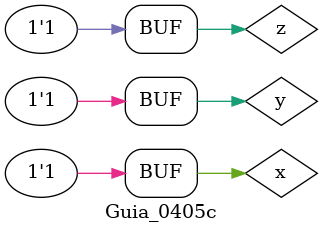
<source format=v>
/*
 Guia_0405c.v - v0.0. - 28 / 08 / 2022
 Autor    : Gabriel Vargas Bento de Souza
 Matricula: 778023
 */

/**
 SoP(0, 2, 3, 4, 6, 7)
 */
module SoP (output s,
            input  x, y, z);
   assign s = (~x & ~y & ~z)  // 0
            | (~x &  y & ~z)  // 2
            | (~x &  y &  z)  // 3
            | ( x & ~y & ~z)  // 4
            | ( x &  y & ~z)  // 6
            | ( x &  y &  z);  // 7
endmodule // SoP

/**
 PoS(1, 5)
 */
module PoS (output S,
            input  X, Y, Z);
   assign S = ( X |  Y | ~Z)  // 1
            & (~X |  Y | ~Z); // 5
endmodule // PoS 

/**
  Guia_0405c.v
 */
module Guia_0405c;
   reg  x, y, z;
   wire s, S;
   
   // instancias
   SoP SOP (s, x, y, z);
   PoS POS (S, x, y, z);
   
   // valores iniciais
   initial begin: start
      x=1'bx; y=1'bx; z=1'bx; // indefinidos
   end

   // parte principal
   initial begin: main
      // identificacao
       $display("Gabriel Vargas Bento de Souza - 778023");
       $display("Test boolean expression");
       $display("\n04.a) SoP(0, 2, 3, 4, 6, 7) = PoS(1, 5)\n");

       // monitoramento
       $display(" x  y  z  SoP(0, 2, 3, 4, 6, 7)  PoS(1, 5)");
       $monitor("%2b %2b %2b %12b %15b", x, y, z, s, S);

       // sinalizacao
       #1 x=0; y=0; z=0;
       #1 x=0; y=0; z=1;
       #1 x=0; y=1; z=0;
       #1 x=0; y=1; z=1;
       #1 x=1; y=0; z=0;
       #1 x=1; y=0; z=1;
       #1 x=1; y=1; z=0;
       #1 x=1; y=1; z=1;

   end
endmodule // Guia_0405c
</source>
